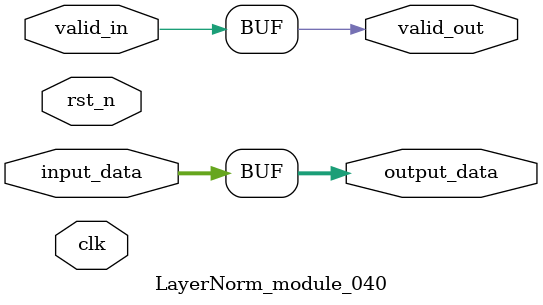
<source format=v>

module LayerNorm_module_040 (
    input clk,
    input rst_n,
    input valid_in,
    output valid_out,
    // Add specific ports based on operator type
    input [31:0] input_data,
    output [31:0] output_data
);

    // Module implementation would go here
    // This is a template - actual implementation depends on the operator
    
        // Generic operator implementation
    assign output_data = input_data; // Placeholder
    assign valid_out = valid_in;

endmodule

</source>
